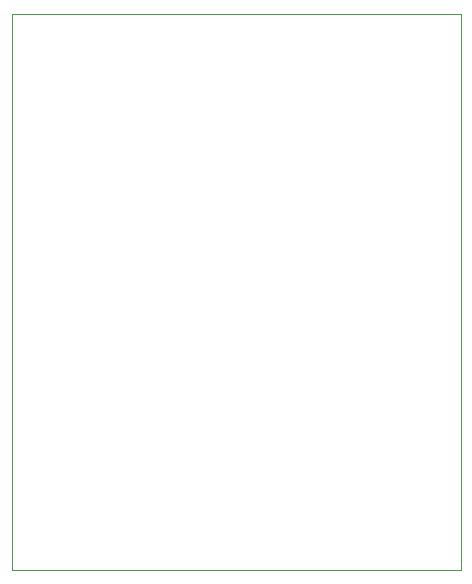
<source format=gbr>
G04 #@! TF.GenerationSoftware,KiCad,Pcbnew,5.1.5-52549c5~86~ubuntu18.04.1*
G04 #@! TF.CreationDate,2020-08-22T22:53:15-07:00*
G04 #@! TF.ProjectId,heat2sound_tx_rev01,68656174-3273-46f7-956e-645f74785f72,rev?*
G04 #@! TF.SameCoordinates,Original*
G04 #@! TF.FileFunction,Profile,NP*
%FSLAX46Y46*%
G04 Gerber Fmt 4.6, Leading zero omitted, Abs format (unit mm)*
G04 Created by KiCad (PCBNEW 5.1.5-52549c5~86~ubuntu18.04.1) date 2020-08-22 22:53:15*
%MOMM*%
%LPD*%
G04 APERTURE LIST*
%ADD10C,0.099060*%
G04 APERTURE END LIST*
D10*
X152000000Y-145000000D02*
X152000000Y-98000000D01*
X190000000Y-145000000D02*
X152000000Y-145000000D01*
X190000000Y-98000000D02*
X190000000Y-145000000D01*
X152000000Y-98000000D02*
X190000000Y-98000000D01*
M02*

</source>
